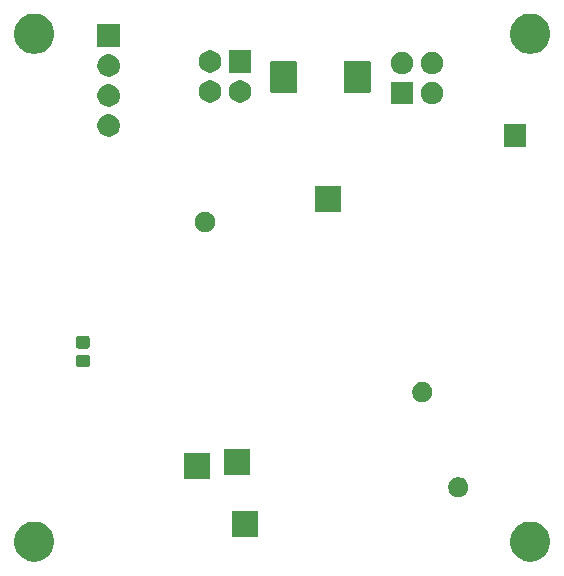
<source format=gbs>
G04 #@! TF.GenerationSoftware,KiCad,Pcbnew,(5.1.6)-1*
G04 #@! TF.CreationDate,2020-07-07T21:46:09+02:00*
G04 #@! TF.ProjectId,ToF_camera_VGA,546f465f-6361-46d6-9572-615f5647412e,rev?*
G04 #@! TF.SameCoordinates,Original*
G04 #@! TF.FileFunction,Soldermask,Bot*
G04 #@! TF.FilePolarity,Negative*
%FSLAX46Y46*%
G04 Gerber Fmt 4.6, Leading zero omitted, Abs format (unit mm)*
G04 Created by KiCad (PCBNEW (5.1.6)-1) date 2020-07-07 21:46:09*
%MOMM*%
%LPD*%
G01*
G04 APERTURE LIST*
%ADD10C,0.100000*%
G04 APERTURE END LIST*
D10*
G36*
X136331653Y-125332665D02*
G01*
X136495872Y-125365330D01*
X136805252Y-125493479D01*
X137083687Y-125679523D01*
X137320477Y-125916313D01*
X137506521Y-126194748D01*
X137634670Y-126504128D01*
X137700000Y-126832565D01*
X137700000Y-127167435D01*
X137634670Y-127495872D01*
X137506521Y-127805252D01*
X137320477Y-128083687D01*
X137083687Y-128320477D01*
X136805252Y-128506521D01*
X136495872Y-128634670D01*
X136331653Y-128667335D01*
X136167437Y-128700000D01*
X135832563Y-128700000D01*
X135668347Y-128667335D01*
X135504128Y-128634670D01*
X135194748Y-128506521D01*
X134916313Y-128320477D01*
X134679523Y-128083687D01*
X134493479Y-127805252D01*
X134365330Y-127495872D01*
X134300000Y-127167435D01*
X134300000Y-126832565D01*
X134365330Y-126504128D01*
X134493479Y-126194748D01*
X134679523Y-125916313D01*
X134916313Y-125679523D01*
X135194748Y-125493479D01*
X135504128Y-125365330D01*
X135668347Y-125332665D01*
X135832563Y-125300000D01*
X136167437Y-125300000D01*
X136331653Y-125332665D01*
G37*
G36*
X94331653Y-125332665D02*
G01*
X94495872Y-125365330D01*
X94805252Y-125493479D01*
X95083687Y-125679523D01*
X95320477Y-125916313D01*
X95506521Y-126194748D01*
X95634670Y-126504128D01*
X95700000Y-126832565D01*
X95700000Y-127167435D01*
X95634670Y-127495872D01*
X95506521Y-127805252D01*
X95320477Y-128083687D01*
X95083687Y-128320477D01*
X94805252Y-128506521D01*
X94495872Y-128634670D01*
X94331653Y-128667335D01*
X94167437Y-128700000D01*
X93832563Y-128700000D01*
X93668347Y-128667335D01*
X93504128Y-128634670D01*
X93194748Y-128506521D01*
X92916313Y-128320477D01*
X92679523Y-128083687D01*
X92493479Y-127805252D01*
X92365330Y-127495872D01*
X92300000Y-127167435D01*
X92300000Y-126832565D01*
X92365330Y-126504128D01*
X92493479Y-126194748D01*
X92679523Y-125916313D01*
X92916313Y-125679523D01*
X93194748Y-125493479D01*
X93504128Y-125365330D01*
X93668347Y-125332665D01*
X93832563Y-125300000D01*
X94167437Y-125300000D01*
X94331653Y-125332665D01*
G37*
G36*
X112980000Y-126610000D02*
G01*
X110780000Y-126610000D01*
X110780000Y-124410000D01*
X112980000Y-124410000D01*
X112980000Y-126610000D01*
G37*
G36*
X130157935Y-121582664D02*
G01*
X130312624Y-121646739D01*
X130312626Y-121646740D01*
X130451844Y-121739762D01*
X130570238Y-121858156D01*
X130663260Y-121997374D01*
X130663261Y-121997376D01*
X130727336Y-122152065D01*
X130760000Y-122316281D01*
X130760000Y-122483719D01*
X130727336Y-122647935D01*
X130663261Y-122802624D01*
X130663260Y-122802626D01*
X130570238Y-122941844D01*
X130451844Y-123060238D01*
X130312626Y-123153260D01*
X130312625Y-123153261D01*
X130312624Y-123153261D01*
X130157935Y-123217336D01*
X129993719Y-123250000D01*
X129826281Y-123250000D01*
X129662065Y-123217336D01*
X129507376Y-123153261D01*
X129507375Y-123153261D01*
X129507374Y-123153260D01*
X129368156Y-123060238D01*
X129249762Y-122941844D01*
X129156740Y-122802626D01*
X129156739Y-122802624D01*
X129092664Y-122647935D01*
X129060000Y-122483719D01*
X129060000Y-122316281D01*
X129092664Y-122152065D01*
X129156739Y-121997376D01*
X129156740Y-121997374D01*
X129249762Y-121858156D01*
X129368156Y-121739762D01*
X129507374Y-121646740D01*
X129507376Y-121646739D01*
X129662065Y-121582664D01*
X129826281Y-121550000D01*
X129993719Y-121550000D01*
X130157935Y-121582664D01*
G37*
G36*
X108860000Y-121700000D02*
G01*
X106660000Y-121700000D01*
X106660000Y-119500000D01*
X108860000Y-119500000D01*
X108860000Y-121700000D01*
G37*
G36*
X112310000Y-121360000D02*
G01*
X110110000Y-121360000D01*
X110110000Y-119160000D01*
X112310000Y-119160000D01*
X112310000Y-121360000D01*
G37*
G36*
X127107935Y-113512664D02*
G01*
X127262624Y-113576739D01*
X127262626Y-113576740D01*
X127401844Y-113669762D01*
X127520238Y-113788156D01*
X127613260Y-113927374D01*
X127613261Y-113927376D01*
X127677336Y-114082065D01*
X127710000Y-114246281D01*
X127710000Y-114413719D01*
X127677336Y-114577935D01*
X127613261Y-114732624D01*
X127613260Y-114732626D01*
X127520238Y-114871844D01*
X127401844Y-114990238D01*
X127262626Y-115083260D01*
X127262625Y-115083261D01*
X127262624Y-115083261D01*
X127107935Y-115147336D01*
X126943719Y-115180000D01*
X126776281Y-115180000D01*
X126612065Y-115147336D01*
X126457376Y-115083261D01*
X126457375Y-115083261D01*
X126457374Y-115083260D01*
X126318156Y-114990238D01*
X126199762Y-114871844D01*
X126106740Y-114732626D01*
X126106739Y-114732624D01*
X126042664Y-114577935D01*
X126010000Y-114413719D01*
X126010000Y-114246281D01*
X126042664Y-114082065D01*
X126106739Y-113927376D01*
X126106740Y-113927374D01*
X126199762Y-113788156D01*
X126318156Y-113669762D01*
X126457374Y-113576740D01*
X126457376Y-113576739D01*
X126612065Y-113512664D01*
X126776281Y-113480000D01*
X126943719Y-113480000D01*
X127107935Y-113512664D01*
G37*
G36*
X98538867Y-111167056D02*
G01*
X98577448Y-111178759D01*
X98613001Y-111197763D01*
X98644163Y-111223337D01*
X98669737Y-111254499D01*
X98688741Y-111290052D01*
X98700444Y-111328633D01*
X98705000Y-111374890D01*
X98705000Y-112025110D01*
X98700444Y-112071367D01*
X98688741Y-112109948D01*
X98669737Y-112145501D01*
X98644163Y-112176663D01*
X98613001Y-112202237D01*
X98577448Y-112221241D01*
X98538867Y-112232944D01*
X98492610Y-112237500D01*
X97767390Y-112237500D01*
X97721133Y-112232944D01*
X97682552Y-112221241D01*
X97646999Y-112202237D01*
X97615837Y-112176663D01*
X97590263Y-112145501D01*
X97571259Y-112109948D01*
X97559556Y-112071367D01*
X97555000Y-112025110D01*
X97555000Y-111374890D01*
X97559556Y-111328633D01*
X97571259Y-111290052D01*
X97590263Y-111254499D01*
X97615837Y-111223337D01*
X97646999Y-111197763D01*
X97682552Y-111178759D01*
X97721133Y-111167056D01*
X97767390Y-111162500D01*
X98492610Y-111162500D01*
X98538867Y-111167056D01*
G37*
G36*
X98538867Y-109592056D02*
G01*
X98577448Y-109603759D01*
X98613001Y-109622763D01*
X98644163Y-109648337D01*
X98669737Y-109679499D01*
X98688741Y-109715052D01*
X98700444Y-109753633D01*
X98705000Y-109799890D01*
X98705000Y-110450110D01*
X98700444Y-110496367D01*
X98688741Y-110534948D01*
X98669737Y-110570501D01*
X98644163Y-110601663D01*
X98613001Y-110627237D01*
X98577448Y-110646241D01*
X98538867Y-110657944D01*
X98492610Y-110662500D01*
X97767390Y-110662500D01*
X97721133Y-110657944D01*
X97682552Y-110646241D01*
X97646999Y-110627237D01*
X97615837Y-110601663D01*
X97590263Y-110570501D01*
X97571259Y-110534948D01*
X97559556Y-110496367D01*
X97555000Y-110450110D01*
X97555000Y-109799890D01*
X97559556Y-109753633D01*
X97571259Y-109715052D01*
X97590263Y-109679499D01*
X97615837Y-109648337D01*
X97646999Y-109622763D01*
X97682552Y-109603759D01*
X97721133Y-109592056D01*
X97767390Y-109587500D01*
X98492610Y-109587500D01*
X98538867Y-109592056D01*
G37*
G36*
X108707935Y-99112664D02*
G01*
X108862624Y-99176739D01*
X108862626Y-99176740D01*
X109001844Y-99269762D01*
X109120238Y-99388156D01*
X109213260Y-99527374D01*
X109213261Y-99527376D01*
X109277336Y-99682065D01*
X109310000Y-99846281D01*
X109310000Y-100013719D01*
X109277336Y-100177935D01*
X109213261Y-100332624D01*
X109213260Y-100332626D01*
X109120238Y-100471844D01*
X109001844Y-100590238D01*
X108862626Y-100683260D01*
X108862625Y-100683261D01*
X108862624Y-100683261D01*
X108707935Y-100747336D01*
X108543719Y-100780000D01*
X108376281Y-100780000D01*
X108212065Y-100747336D01*
X108057376Y-100683261D01*
X108057375Y-100683261D01*
X108057374Y-100683260D01*
X107918156Y-100590238D01*
X107799762Y-100471844D01*
X107706740Y-100332626D01*
X107706739Y-100332624D01*
X107642664Y-100177935D01*
X107610000Y-100013719D01*
X107610000Y-99846281D01*
X107642664Y-99682065D01*
X107706739Y-99527376D01*
X107706740Y-99527374D01*
X107799762Y-99388156D01*
X107918156Y-99269762D01*
X108057374Y-99176740D01*
X108057376Y-99176739D01*
X108212065Y-99112664D01*
X108376281Y-99080000D01*
X108543719Y-99080000D01*
X108707935Y-99112664D01*
G37*
G36*
X120000000Y-99120000D02*
G01*
X117800000Y-99120000D01*
X117800000Y-96920000D01*
X120000000Y-96920000D01*
X120000000Y-99120000D01*
G37*
G36*
X135650000Y-93550000D02*
G01*
X133750000Y-93550000D01*
X133750000Y-91650000D01*
X135650000Y-91650000D01*
X135650000Y-93550000D01*
G37*
G36*
X100495336Y-90838254D02*
G01*
X100587105Y-90856508D01*
X100759994Y-90928121D01*
X100915590Y-91032087D01*
X101047913Y-91164410D01*
X101151879Y-91320006D01*
X101223492Y-91492895D01*
X101260000Y-91676433D01*
X101260000Y-91863567D01*
X101223492Y-92047105D01*
X101151879Y-92219994D01*
X101047913Y-92375590D01*
X100915590Y-92507913D01*
X100759994Y-92611879D01*
X100587105Y-92683492D01*
X100495336Y-92701746D01*
X100403568Y-92720000D01*
X100216432Y-92720000D01*
X100124664Y-92701746D01*
X100032895Y-92683492D01*
X99860006Y-92611879D01*
X99704410Y-92507913D01*
X99572087Y-92375590D01*
X99468121Y-92219994D01*
X99396508Y-92047105D01*
X99360000Y-91863567D01*
X99360000Y-91676433D01*
X99396508Y-91492895D01*
X99468121Y-91320006D01*
X99572087Y-91164410D01*
X99704410Y-91032087D01*
X99860006Y-90928121D01*
X100032895Y-90856508D01*
X100124664Y-90838254D01*
X100216432Y-90820000D01*
X100403568Y-90820000D01*
X100495336Y-90838254D01*
G37*
G36*
X100495336Y-88298254D02*
G01*
X100587105Y-88316508D01*
X100759994Y-88388121D01*
X100915590Y-88492087D01*
X101047913Y-88624410D01*
X101151879Y-88780006D01*
X101216673Y-88936433D01*
X101223492Y-88952896D01*
X101260000Y-89136432D01*
X101260000Y-89323568D01*
X101241746Y-89415336D01*
X101223492Y-89507105D01*
X101151879Y-89679994D01*
X101047913Y-89835590D01*
X100915590Y-89967913D01*
X100759994Y-90071879D01*
X100587105Y-90143492D01*
X100495336Y-90161746D01*
X100403568Y-90180000D01*
X100216432Y-90180000D01*
X100124664Y-90161746D01*
X100032895Y-90143492D01*
X99860006Y-90071879D01*
X99704410Y-89967913D01*
X99572087Y-89835590D01*
X99468121Y-89679994D01*
X99396508Y-89507105D01*
X99378254Y-89415336D01*
X99360000Y-89323568D01*
X99360000Y-89136432D01*
X99396508Y-88952896D01*
X99403327Y-88936433D01*
X99468121Y-88780006D01*
X99572087Y-88624410D01*
X99704410Y-88492087D01*
X99860006Y-88388121D01*
X100032895Y-88316508D01*
X100124664Y-88298254D01*
X100216432Y-88280000D01*
X100403568Y-88280000D01*
X100495336Y-88298254D01*
G37*
G36*
X126090000Y-89980000D02*
G01*
X124190000Y-89980000D01*
X124190000Y-88080000D01*
X126090000Y-88080000D01*
X126090000Y-89980000D01*
G37*
G36*
X127865336Y-88098254D02*
G01*
X127957105Y-88116508D01*
X128129994Y-88188121D01*
X128285590Y-88292087D01*
X128417913Y-88424410D01*
X128521879Y-88580006D01*
X128593492Y-88752895D01*
X128611746Y-88844664D01*
X128625376Y-88913184D01*
X128630000Y-88936433D01*
X128630000Y-89123567D01*
X128593492Y-89307105D01*
X128521879Y-89479994D01*
X128417913Y-89635590D01*
X128285590Y-89767913D01*
X128129994Y-89871879D01*
X127957105Y-89943492D01*
X127865336Y-89961746D01*
X127773568Y-89980000D01*
X127586432Y-89980000D01*
X127494664Y-89961746D01*
X127402895Y-89943492D01*
X127230006Y-89871879D01*
X127074410Y-89767913D01*
X126942087Y-89635590D01*
X126838121Y-89479994D01*
X126766508Y-89307105D01*
X126730000Y-89123567D01*
X126730000Y-88936433D01*
X126734625Y-88913184D01*
X126748254Y-88844664D01*
X126766508Y-88752895D01*
X126838121Y-88580006D01*
X126942087Y-88424410D01*
X127074410Y-88292087D01*
X127230006Y-88188121D01*
X127402895Y-88116508D01*
X127494664Y-88098254D01*
X127586432Y-88080000D01*
X127773568Y-88080000D01*
X127865336Y-88098254D01*
G37*
G36*
X111615336Y-87958254D02*
G01*
X111707105Y-87976508D01*
X111879994Y-88048121D01*
X112035590Y-88152087D01*
X112167913Y-88284410D01*
X112271879Y-88440006D01*
X112343492Y-88612895D01*
X112343492Y-88612896D01*
X112380000Y-88796432D01*
X112380000Y-88983568D01*
X112372594Y-89020801D01*
X112343492Y-89167105D01*
X112271879Y-89339994D01*
X112167913Y-89495590D01*
X112035590Y-89627913D01*
X111879994Y-89731879D01*
X111707105Y-89803492D01*
X111615336Y-89821746D01*
X111523568Y-89840000D01*
X111336432Y-89840000D01*
X111244664Y-89821746D01*
X111152895Y-89803492D01*
X110980006Y-89731879D01*
X110824410Y-89627913D01*
X110692087Y-89495590D01*
X110588121Y-89339994D01*
X110516508Y-89167105D01*
X110487406Y-89020801D01*
X110480000Y-88983568D01*
X110480000Y-88796432D01*
X110516508Y-88612896D01*
X110516508Y-88612895D01*
X110588121Y-88440006D01*
X110692087Y-88284410D01*
X110824410Y-88152087D01*
X110980006Y-88048121D01*
X111152895Y-87976508D01*
X111244664Y-87958254D01*
X111336432Y-87940000D01*
X111523568Y-87940000D01*
X111615336Y-87958254D01*
G37*
G36*
X109075336Y-87958254D02*
G01*
X109167105Y-87976508D01*
X109339994Y-88048121D01*
X109495590Y-88152087D01*
X109627913Y-88284410D01*
X109731879Y-88440006D01*
X109803492Y-88612895D01*
X109803492Y-88612896D01*
X109840000Y-88796432D01*
X109840000Y-88983568D01*
X109832594Y-89020801D01*
X109803492Y-89167105D01*
X109731879Y-89339994D01*
X109627913Y-89495590D01*
X109495590Y-89627913D01*
X109339994Y-89731879D01*
X109167105Y-89803492D01*
X109075336Y-89821746D01*
X108983568Y-89840000D01*
X108796432Y-89840000D01*
X108704664Y-89821746D01*
X108612895Y-89803492D01*
X108440006Y-89731879D01*
X108284410Y-89627913D01*
X108152087Y-89495590D01*
X108048121Y-89339994D01*
X107976508Y-89167105D01*
X107947406Y-89020801D01*
X107940000Y-88983568D01*
X107940000Y-88796432D01*
X107976508Y-88612896D01*
X107976508Y-88612895D01*
X108048121Y-88440006D01*
X108152087Y-88284410D01*
X108284410Y-88152087D01*
X108440006Y-88048121D01*
X108612895Y-87976508D01*
X108704664Y-87958254D01*
X108796432Y-87940000D01*
X108983568Y-87940000D01*
X109075336Y-87958254D01*
G37*
G36*
X122345630Y-86289036D02*
G01*
X122379131Y-86299199D01*
X122410015Y-86315707D01*
X122437081Y-86337919D01*
X122459293Y-86364985D01*
X122475801Y-86395869D01*
X122485964Y-86429370D01*
X122490000Y-86470355D01*
X122490000Y-88849645D01*
X122485964Y-88890630D01*
X122475801Y-88924131D01*
X122459293Y-88955015D01*
X122437081Y-88982081D01*
X122410015Y-89004293D01*
X122379131Y-89020801D01*
X122345630Y-89030964D01*
X122304645Y-89035000D01*
X120400355Y-89035000D01*
X120359370Y-89030964D01*
X120325869Y-89020801D01*
X120294985Y-89004293D01*
X120267919Y-88982081D01*
X120245707Y-88955015D01*
X120229199Y-88924131D01*
X120219036Y-88890630D01*
X120215000Y-88849645D01*
X120215000Y-86470355D01*
X120219036Y-86429370D01*
X120229199Y-86395869D01*
X120245707Y-86364985D01*
X120267919Y-86337919D01*
X120294985Y-86315707D01*
X120325869Y-86299199D01*
X120359370Y-86289036D01*
X120400355Y-86285000D01*
X122304645Y-86285000D01*
X122345630Y-86289036D01*
G37*
G36*
X116120630Y-86289036D02*
G01*
X116154131Y-86299199D01*
X116185015Y-86315707D01*
X116212081Y-86337919D01*
X116234293Y-86364985D01*
X116250801Y-86395869D01*
X116260964Y-86429370D01*
X116265000Y-86470355D01*
X116265000Y-88849645D01*
X116260964Y-88890630D01*
X116250801Y-88924131D01*
X116234293Y-88955015D01*
X116212081Y-88982081D01*
X116185015Y-89004293D01*
X116154131Y-89020801D01*
X116120630Y-89030964D01*
X116079645Y-89035000D01*
X114175355Y-89035000D01*
X114134370Y-89030964D01*
X114100869Y-89020801D01*
X114069985Y-89004293D01*
X114042919Y-88982081D01*
X114020707Y-88955015D01*
X114004199Y-88924131D01*
X113994036Y-88890630D01*
X113990000Y-88849645D01*
X113990000Y-86470355D01*
X113994036Y-86429370D01*
X114004199Y-86395869D01*
X114020707Y-86364985D01*
X114042919Y-86337919D01*
X114069985Y-86315707D01*
X114100869Y-86299199D01*
X114134370Y-86289036D01*
X114175355Y-86285000D01*
X116079645Y-86285000D01*
X116120630Y-86289036D01*
G37*
G36*
X100495336Y-85758254D02*
G01*
X100587105Y-85776508D01*
X100759994Y-85848121D01*
X100915590Y-85952087D01*
X101047913Y-86084410D01*
X101151879Y-86240006D01*
X101223492Y-86412895D01*
X101241746Y-86504664D01*
X101260000Y-86596432D01*
X101260000Y-86783568D01*
X101241746Y-86875336D01*
X101223492Y-86967105D01*
X101151879Y-87139994D01*
X101047913Y-87295590D01*
X100915590Y-87427913D01*
X100759994Y-87531879D01*
X100587105Y-87603492D01*
X100495336Y-87621746D01*
X100403568Y-87640000D01*
X100216432Y-87640000D01*
X100124664Y-87621746D01*
X100032895Y-87603492D01*
X99860006Y-87531879D01*
X99704410Y-87427913D01*
X99572087Y-87295590D01*
X99468121Y-87139994D01*
X99396508Y-86967105D01*
X99378254Y-86875336D01*
X99360000Y-86783568D01*
X99360000Y-86596432D01*
X99378254Y-86504664D01*
X99396508Y-86412895D01*
X99468121Y-86240006D01*
X99572087Y-86084410D01*
X99704410Y-85952087D01*
X99860006Y-85848121D01*
X100032895Y-85776508D01*
X100124664Y-85758254D01*
X100216432Y-85740000D01*
X100403568Y-85740000D01*
X100495336Y-85758254D01*
G37*
G36*
X125325336Y-85558254D02*
G01*
X125417105Y-85576508D01*
X125589994Y-85648121D01*
X125745590Y-85752087D01*
X125877913Y-85884410D01*
X125981879Y-86040006D01*
X126053492Y-86212895D01*
X126053492Y-86212896D01*
X126083804Y-86365281D01*
X126090000Y-86396433D01*
X126090000Y-86583567D01*
X126053492Y-86767105D01*
X125981879Y-86939994D01*
X125877913Y-87095590D01*
X125745590Y-87227913D01*
X125589994Y-87331879D01*
X125417105Y-87403492D01*
X125325336Y-87421746D01*
X125233568Y-87440000D01*
X125046432Y-87440000D01*
X124954664Y-87421746D01*
X124862895Y-87403492D01*
X124690006Y-87331879D01*
X124534410Y-87227913D01*
X124402087Y-87095590D01*
X124298121Y-86939994D01*
X124226508Y-86767105D01*
X124190000Y-86583567D01*
X124190000Y-86396433D01*
X124196197Y-86365281D01*
X124226508Y-86212896D01*
X124226508Y-86212895D01*
X124298121Y-86040006D01*
X124402087Y-85884410D01*
X124534410Y-85752087D01*
X124690006Y-85648121D01*
X124862895Y-85576508D01*
X124954664Y-85558254D01*
X125046432Y-85540000D01*
X125233568Y-85540000D01*
X125325336Y-85558254D01*
G37*
G36*
X127865336Y-85558254D02*
G01*
X127957105Y-85576508D01*
X128129994Y-85648121D01*
X128285590Y-85752087D01*
X128417913Y-85884410D01*
X128521879Y-86040006D01*
X128593492Y-86212895D01*
X128593492Y-86212896D01*
X128623804Y-86365281D01*
X128630000Y-86396433D01*
X128630000Y-86583567D01*
X128593492Y-86767105D01*
X128521879Y-86939994D01*
X128417913Y-87095590D01*
X128285590Y-87227913D01*
X128129994Y-87331879D01*
X127957105Y-87403492D01*
X127865336Y-87421746D01*
X127773568Y-87440000D01*
X127586432Y-87440000D01*
X127494664Y-87421746D01*
X127402895Y-87403492D01*
X127230006Y-87331879D01*
X127074410Y-87227913D01*
X126942087Y-87095590D01*
X126838121Y-86939994D01*
X126766508Y-86767105D01*
X126730000Y-86583567D01*
X126730000Y-86396433D01*
X126736197Y-86365281D01*
X126766508Y-86212896D01*
X126766508Y-86212895D01*
X126838121Y-86040006D01*
X126942087Y-85884410D01*
X127074410Y-85752087D01*
X127230006Y-85648121D01*
X127402895Y-85576508D01*
X127494664Y-85558254D01*
X127586432Y-85540000D01*
X127773568Y-85540000D01*
X127865336Y-85558254D01*
G37*
G36*
X112380000Y-87300000D02*
G01*
X110480000Y-87300000D01*
X110480000Y-85400000D01*
X112380000Y-85400000D01*
X112380000Y-87300000D01*
G37*
G36*
X109075336Y-85418254D02*
G01*
X109167105Y-85436508D01*
X109339994Y-85508121D01*
X109495590Y-85612087D01*
X109627913Y-85744410D01*
X109731879Y-85900006D01*
X109803492Y-86072895D01*
X109803492Y-86072896D01*
X109836733Y-86240006D01*
X109840000Y-86256433D01*
X109840000Y-86443567D01*
X109803492Y-86627105D01*
X109731879Y-86799994D01*
X109627913Y-86955590D01*
X109495590Y-87087913D01*
X109339994Y-87191879D01*
X109167105Y-87263492D01*
X109075336Y-87281746D01*
X108983568Y-87300000D01*
X108796432Y-87300000D01*
X108704664Y-87281746D01*
X108612895Y-87263492D01*
X108440006Y-87191879D01*
X108284410Y-87087913D01*
X108152087Y-86955590D01*
X108048121Y-86799994D01*
X107976508Y-86627105D01*
X107940000Y-86443567D01*
X107940000Y-86256433D01*
X107943268Y-86240006D01*
X107976508Y-86072896D01*
X107976508Y-86072895D01*
X108048121Y-85900006D01*
X108152087Y-85744410D01*
X108284410Y-85612087D01*
X108440006Y-85508121D01*
X108612895Y-85436508D01*
X108704664Y-85418254D01*
X108796432Y-85400000D01*
X108983568Y-85400000D01*
X109075336Y-85418254D01*
G37*
G36*
X136331653Y-82332665D02*
G01*
X136495872Y-82365330D01*
X136805252Y-82493479D01*
X137083687Y-82679523D01*
X137320477Y-82916313D01*
X137506521Y-83194748D01*
X137634670Y-83504128D01*
X137700000Y-83832565D01*
X137700000Y-84167435D01*
X137634670Y-84495872D01*
X137506521Y-84805252D01*
X137320477Y-85083687D01*
X137083687Y-85320477D01*
X136805252Y-85506521D01*
X136495872Y-85634670D01*
X136331653Y-85667335D01*
X136167437Y-85700000D01*
X135832563Y-85700000D01*
X135668347Y-85667335D01*
X135504128Y-85634670D01*
X135194748Y-85506521D01*
X134916313Y-85320477D01*
X134679523Y-85083687D01*
X134493479Y-84805252D01*
X134365330Y-84495872D01*
X134300000Y-84167435D01*
X134300000Y-83832565D01*
X134365330Y-83504128D01*
X134493479Y-83194748D01*
X134679523Y-82916313D01*
X134916313Y-82679523D01*
X135194748Y-82493479D01*
X135504128Y-82365330D01*
X135668347Y-82332665D01*
X135832563Y-82300000D01*
X136167437Y-82300000D01*
X136331653Y-82332665D01*
G37*
G36*
X94331653Y-82332665D02*
G01*
X94495872Y-82365330D01*
X94805252Y-82493479D01*
X95083687Y-82679523D01*
X95320477Y-82916313D01*
X95506521Y-83194748D01*
X95634670Y-83504128D01*
X95700000Y-83832565D01*
X95700000Y-84167435D01*
X95634670Y-84495872D01*
X95506521Y-84805252D01*
X95320477Y-85083687D01*
X95083687Y-85320477D01*
X94805252Y-85506521D01*
X94495872Y-85634670D01*
X94331653Y-85667335D01*
X94167437Y-85700000D01*
X93832563Y-85700000D01*
X93668347Y-85667335D01*
X93504128Y-85634670D01*
X93194748Y-85506521D01*
X92916313Y-85320477D01*
X92679523Y-85083687D01*
X92493479Y-84805252D01*
X92365330Y-84495872D01*
X92300000Y-84167435D01*
X92300000Y-83832565D01*
X92365330Y-83504128D01*
X92493479Y-83194748D01*
X92679523Y-82916313D01*
X92916313Y-82679523D01*
X93194748Y-82493479D01*
X93504128Y-82365330D01*
X93668347Y-82332665D01*
X93832563Y-82300000D01*
X94167437Y-82300000D01*
X94331653Y-82332665D01*
G37*
G36*
X101260000Y-85100000D02*
G01*
X99360000Y-85100000D01*
X99360000Y-83200000D01*
X101260000Y-83200000D01*
X101260000Y-85100000D01*
G37*
M02*

</source>
